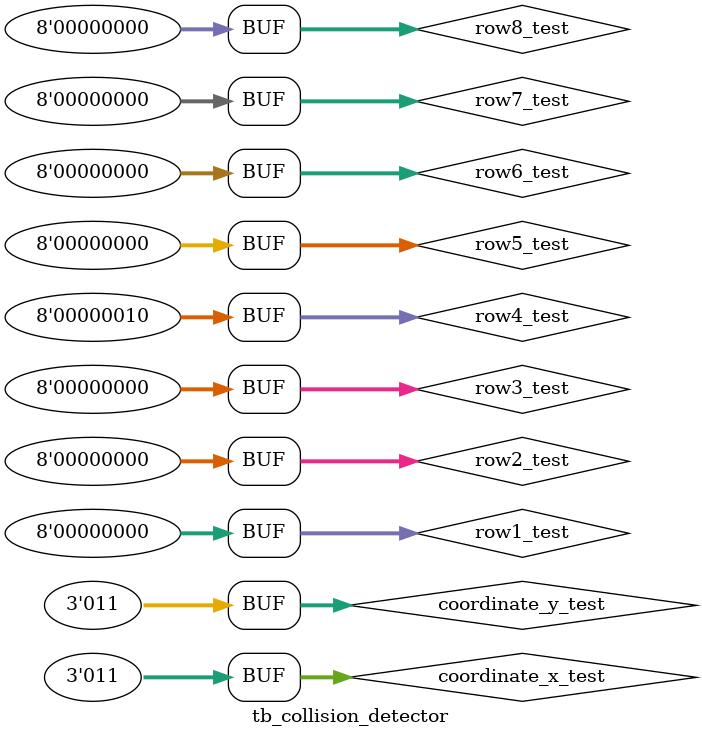
<source format=v>
module tb_collision_detector();

reg[7:0] row1_test,row2_test,row3_test,row4_test,row5_test,row6_test,row7_test,row8_test;

wire collide_test;

reg[2:0] coordinate_y_test;

reg[2:0] coordinate_x_test;

collision_detector port_map(
.row1(row1_test),
.row2(row2_test),
.row3(row3_test),
.row4(row4_test),
.row5(row5_test),
.row6(row6_test),
.row7(row7_test),
.row8(row8_test),
.collide(collide_test),
.coordinate_y(coordinate_y_test),
.coordinate_x(coordinate_x_test)
);

initial begin
row1_test = 8'b0;
row2_test = 8'b0;
row3_test = 8'b0;
row4_test = 8'b00010000;
row5_test = 8'b0;
row6_test = 8'b0;
row7_test = 8'b0;
row8_test = 8'b0;
coordinate_x_test = 3'b011;
coordinate_y_test = 3'b011;
#5;
row1_test = 8'b0;
row2_test = 8'b0;
row3_test = 8'b0;
row4_test = 8'b00000010;
row5_test = 8'b0;
row6_test = 8'b0;
row7_test = 8'b0;
row8_test = 8'b0;
coordinate_x_test = 3'b011;
coordinate_y_test = 3'b011;
#5;


end



endmodule
</source>
